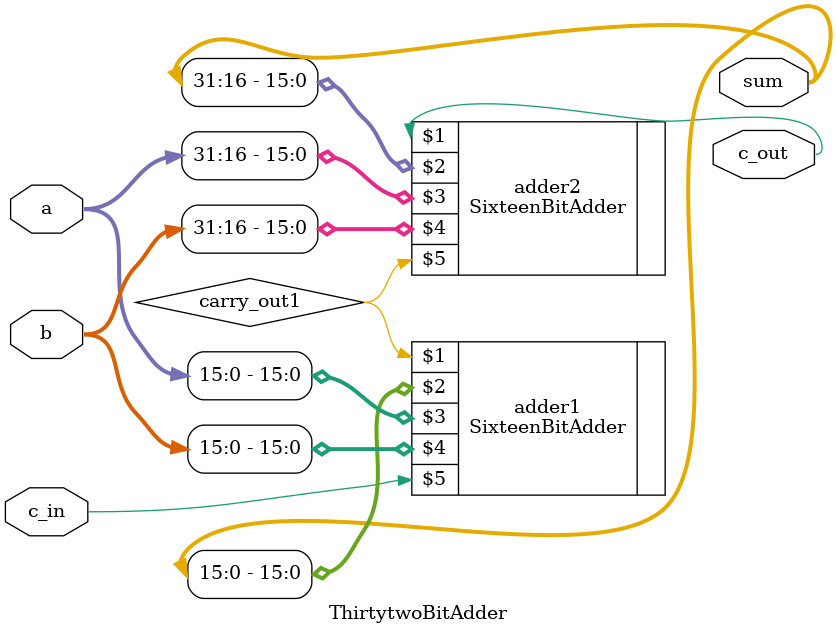
<source format=v>
`timescale 1ns / 1ps
module ThirtytwoBitAdder(c_out, sum, a, b, c_in);
input [31:0] a;
input [31:0] b;
input c_in;
output c_out;
output [31:0] sum;
wire carry_out1;

SixteenBitAdder adder1(carry_out1, sum[15:0], a[15:0], b[15:0], c_in);
SixteenBitAdder adder2(c_out, sum[31:16], a[31:16], b[31:16], carry_out1);




endmodule

</source>
